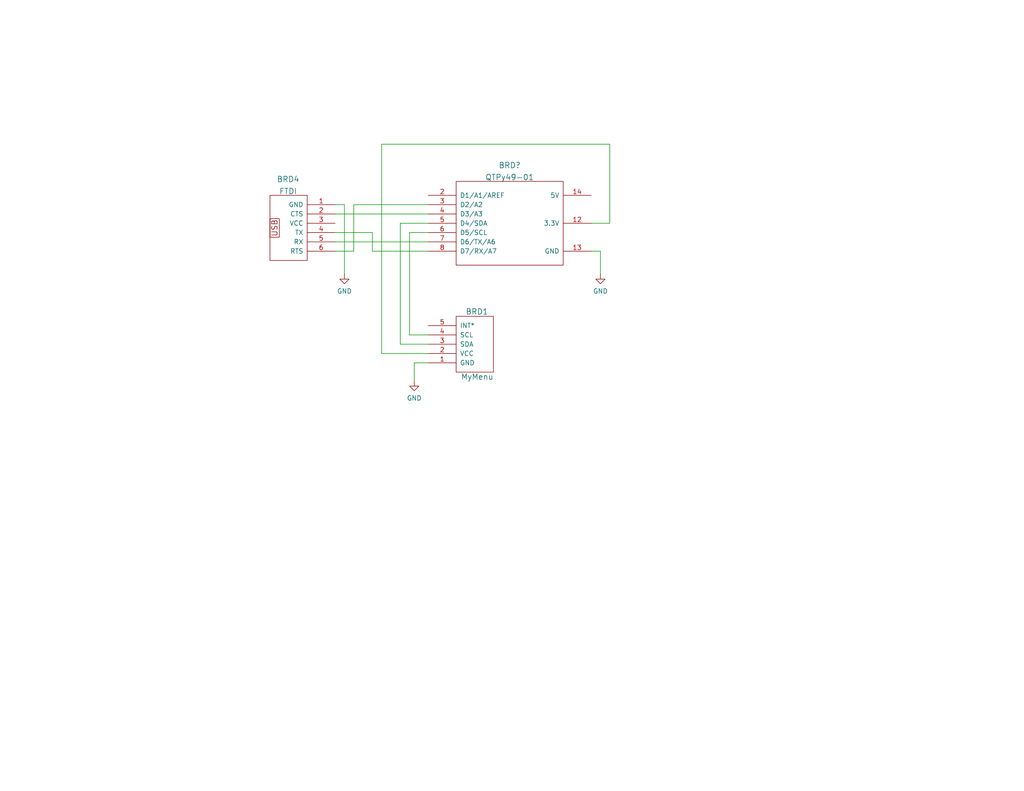
<source format=kicad_sch>
(kicad_sch (version 20211123) (generator eeschema)
  (paper "A")
  (title_block (title "QT Py Application") (date "2022-06-10") (rev "1") (company "land-boards.com"))
  (lib_symbols
    (symbol "LandBoards_Cards:FTDI" (pin_names (offset 1.016))
      (property "Reference" "BRD" (at 2.54 19.05 0))
      (property "Value" "FTDI" (at 2.54 -1.27 0))
      (symbol "FTDI_0_0"
        (rectangle (start -5.08 0) (end 5.08 17.78))
        (rectangle (start -5.08 11.43) (end -2.54 6.35))
        (text "USB" (at -3.81 8.89 900) (effects (font (size 1.524 1.524))))
      )
      (symbol "FTDI_1_1"
        (pin power_out line (at 12.7 15.24 180) (length 7.62) (name "GND") (number "1"))
        (pin input line (at 12.7 12.7 180) (length 7.62) (name "CTS") (number "2"))
        (pin power_out line (at 12.7 10.16 180) (length 7.62) (name "VCC") (number "3"))
        (pin output line (at 12.7 7.62 180) (length 7.62) (name "TX") (number "4"))
        (pin input line (at 12.7 5.08 180) (length 7.62) (name "RX") (number "5"))
        (pin output line (at 12.7 2.54 180) (length 7.62) (name "RTS") (number "6"))
      )
    )
    (symbol "LandBoards_Cards:MyMenu" (pin_names (offset 1.016))
      (property "Reference" "BRD" (at 1.27 11.43 0))
      (property "Value" "MyMenu" (at 0 -6.35 0))
      (symbol "MyMenu_0_0"
        (rectangle (start -5.08 10.16) (end 5.08 -5.08))
      )
      (symbol "MyMenu_1_1"
        (pin power_in line (at 12.7 7.62 180) (length 7.62) (name "GND") (number "1"))
        (pin power_in line (at 12.7 5.08 180) (length 7.62) (name "VCC") (number "2"))
        (pin bidirectional line (at 12.7 2.54 180) (length 7.62) (name "SDA") (number "3"))
        (pin input line (at 12.7 0 180) (length 7.62) (name "SCL") (number "4"))
        (pin output line (at 12.7 -2.54 180) (length 7.62) (name "INT*") (number "5"))
      )
    )
    (symbol "LandBoards_Cards:QTPy49-01" (pin_names (offset 1.016))
      (property "Reference" "BRD" (at 0 12.7 0))
      (property "Value" "QTPy49-01" (at 0 -13.97 0))
      (symbol "QTPy49-01_0_0"
        (rectangle (start -15.24 11.43) (end 13.97 -11.43))
      )
      (symbol "QTPy49-01_1_1"
        (pin power_out line (at 21.59 0 180) (length 7.62) (name "3.3V") (number "12"))
        (pin power_in line (at 21.59 -7.62 180) (length 7.62) (name "GND") (number "13"))
        (pin power_in line (at 21.59 7.62 180) (length 7.62) (name "5V") (number "14"))
        (pin bidirectional line (at -22.86 7.62 0) (length 7.62) (name "D1/A1/AREF") (number "2"))
        (pin bidirectional line (at -22.86 5.08 0) (length 7.62) (name "D2/A2") (number "3"))
        (pin bidirectional line (at -22.86 2.54 0) (length 7.62) (name "D3/A3") (number "4"))
        (pin bidirectional line (at -22.86 0 0) (length 7.62) (name "D4/SDA") (number "5"))
        (pin bidirectional line (at -22.86 -2.54 0) (length 7.62) (name "D5/SCL") (number "6"))
        (pin bidirectional line (at -22.86 -5.08 0) (length 7.62) (name "D6/TX/A6") (number "7"))
        (pin bidirectional line (at -22.86 -7.62 0) (length 7.62) (name "D7/RX/A7") (number "8"))
      )
    )
    (symbol "power:GND" (power) (pin_names (offset 0))
      (property "Value" "GND" (at 0 -3.81 0))
      (symbol "GND_0_1"
        (polyline (pts (xy 0 0) (xy 0 -1.27) (xy 1.27 -1.27) (xy 0 -2.54) (xy -1.27 -1.27) (xy 0 -1.27)))
      )
      (symbol "GND_1_1"
        (pin power_in line (at 0 0 270) (length 0) hide (name "GND") (number "1"))
      )
    )
  )
  (wire (pts (xy 96.52 68.58) (xy 96.52 55.88)))
  (wire (pts (xy 101.6 63.5) (xy 91.44 63.5)))
  (wire (pts (xy 116.84 93.98) (xy 109.22 93.98)))
  (wire (pts (xy 93.98 55.88) (xy 93.98 74.93)))
  (wire (pts (xy 109.22 93.98) (xy 109.22 60.96)))
  (wire (pts (xy 91.44 66.04) (xy 116.84 66.04)))
  (wire (pts (xy 109.22 60.96) (xy 116.84 60.96)))
  (wire (pts (xy 91.44 55.88) (xy 93.98 55.88)))
  (wire (pts (xy 163.83 68.58) (xy 163.83 74.93)))
  (wire (pts (xy 96.52 55.88) (xy 116.84 55.88)))
  (wire (pts (xy 91.44 58.42) (xy 116.84 58.42)))
  (wire (pts (xy 111.76 91.44) (xy 111.76 63.5)))
  (wire (pts (xy 163.83 68.58) (xy 161.29 68.58)))
  (wire (pts (xy 104.14 39.37) (xy 104.14 96.52)))
  (wire (pts (xy 166.37 60.96) (xy 166.37 39.37)))
  (wire (pts (xy 161.29 60.96) (xy 166.37 60.96)))
  (wire (pts (xy 111.76 63.5) (xy 116.84 63.5)))
  (wire (pts (xy 116.84 96.52) (xy 104.14 96.52)))
  (wire (pts (xy 101.6 68.58) (xy 101.6 63.5)))
  (wire (pts (xy 116.84 99.06) (xy 113.03 99.06)))
  (wire (pts (xy 166.37 39.37) (xy 104.14 39.37)))
  (wire (pts (xy 91.44 68.58) (xy 96.52 68.58)))
  (wire (pts (xy 113.03 99.06) (xy 113.03 104.14)))
  (wire (pts (xy 116.84 91.44) (xy 111.76 91.44)))
  (wire (pts (xy 116.84 68.58) (xy 101.6 68.58)))
  (symbol (lib_id "LandBoards_Cards:QTPy49-01") (at 139.7 60.96 0) (unit 1)
    (property "Reference" "BRD?" (at 139.065 45.1261 0) (effects (font (size 1.524 1.524))))
    (property "Value" "QTPy49-01" (at 139.065 48.4051 0) (effects (font (size 1.524 1.524))))
  )
  (symbol (lib_id "power:GND") (at 113.03 104.14 0) (unit 1)
    (property "Reference" "#PWR?" (effects hide))
    (property "Value" "GND" (at 113.03 108.7025 0))
  )
  (symbol (lib_id "power:GND") (at 163.83 74.93 0) (unit 1)
    (property "Reference" "#PWR?" (effects hide))
    (property "Value" "GND" (at 163.83 79.4925 0))
  )
  (symbol (lib_id "power:GND") (at 93.98 74.93 0) (unit 1)
    (property "Reference" "#PWR?" (effects hide))
    (property "Value" "GND" (at 93.98 79.4925 0))
  )
  (symbol (lib_id "LandBoards_Cards:MyMenu") (at 129.54 91.44 180) (unit 1)
    (property "Reference" "BRD1" (at 127 85.09 0) (effects (font (size 1.524 1.524)) (justify right)))
    (property "Value" "MyMenu" (at 125.73 102.87 0) (effects (font (size 1.524 1.524)) (justify right)))
  )
  (symbol (lib_id "LandBoards_Cards:FTDI") (at 78.74 71.12 0) (unit 1)
    (property "Reference" "BRD4" (at 78.6187 48.9361 0) (effects (font (size 1.524 1.524))))
    (property "Value" "FTDI" (at 78.6187 52.2151 0) (effects (font (size 1.524 1.524))))
  )
)
</source>
